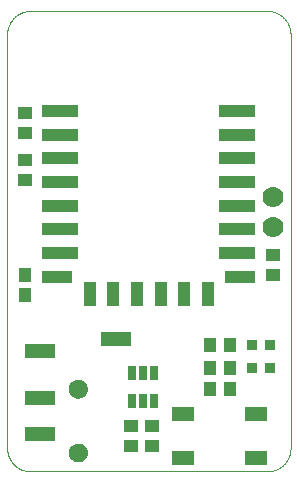
<source format=gts>
G75*
%MOIN*%
%OFA0B0*%
%FSLAX25Y25*%
%IPPOS*%
%LPD*%
%AMOC8*
5,1,8,0,0,1.08239X$1,22.5*
%
%ADD10C,0.00000*%
%ADD11R,0.04337X0.04731*%
%ADD12R,0.03550X0.03550*%
%ADD13R,0.07487X0.04731*%
%ADD14R,0.02762X0.05124*%
%ADD15R,0.10243X0.05124*%
%ADD16C,0.06306*%
%ADD17R,0.04731X0.04337*%
%ADD18R,0.04337X0.08274*%
%ADD19R,0.10243X0.04337*%
%ADD20R,0.12211X0.04337*%
%ADD21C,0.07000*%
D10*
X0009971Y0009124D02*
X0088711Y0009124D01*
X0088901Y0009126D01*
X0089091Y0009133D01*
X0089281Y0009145D01*
X0089471Y0009161D01*
X0089660Y0009181D01*
X0089849Y0009207D01*
X0090037Y0009236D01*
X0090224Y0009271D01*
X0090410Y0009310D01*
X0090595Y0009353D01*
X0090780Y0009401D01*
X0090963Y0009453D01*
X0091144Y0009509D01*
X0091324Y0009570D01*
X0091503Y0009636D01*
X0091680Y0009705D01*
X0091856Y0009779D01*
X0092029Y0009857D01*
X0092201Y0009940D01*
X0092370Y0010026D01*
X0092538Y0010116D01*
X0092703Y0010211D01*
X0092866Y0010309D01*
X0093026Y0010412D01*
X0093184Y0010518D01*
X0093339Y0010628D01*
X0093492Y0010741D01*
X0093642Y0010859D01*
X0093788Y0010980D01*
X0093932Y0011104D01*
X0094073Y0011232D01*
X0094211Y0011363D01*
X0094346Y0011498D01*
X0094477Y0011636D01*
X0094605Y0011777D01*
X0094729Y0011921D01*
X0094850Y0012067D01*
X0094968Y0012217D01*
X0095081Y0012370D01*
X0095191Y0012525D01*
X0095297Y0012683D01*
X0095400Y0012843D01*
X0095498Y0013006D01*
X0095593Y0013171D01*
X0095683Y0013339D01*
X0095769Y0013508D01*
X0095852Y0013680D01*
X0095930Y0013853D01*
X0096004Y0014029D01*
X0096073Y0014206D01*
X0096139Y0014385D01*
X0096200Y0014565D01*
X0096256Y0014746D01*
X0096308Y0014929D01*
X0096356Y0015114D01*
X0096399Y0015299D01*
X0096438Y0015485D01*
X0096473Y0015672D01*
X0096502Y0015860D01*
X0096528Y0016049D01*
X0096548Y0016238D01*
X0096564Y0016428D01*
X0096576Y0016618D01*
X0096583Y0016808D01*
X0096585Y0016998D01*
X0096585Y0154793D01*
X0096583Y0154983D01*
X0096576Y0155173D01*
X0096564Y0155363D01*
X0096548Y0155553D01*
X0096528Y0155742D01*
X0096502Y0155931D01*
X0096473Y0156119D01*
X0096438Y0156306D01*
X0096399Y0156492D01*
X0096356Y0156677D01*
X0096308Y0156862D01*
X0096256Y0157045D01*
X0096200Y0157226D01*
X0096139Y0157406D01*
X0096073Y0157585D01*
X0096004Y0157762D01*
X0095930Y0157938D01*
X0095852Y0158111D01*
X0095769Y0158283D01*
X0095683Y0158452D01*
X0095593Y0158620D01*
X0095498Y0158785D01*
X0095400Y0158948D01*
X0095297Y0159108D01*
X0095191Y0159266D01*
X0095081Y0159421D01*
X0094968Y0159574D01*
X0094850Y0159724D01*
X0094729Y0159870D01*
X0094605Y0160014D01*
X0094477Y0160155D01*
X0094346Y0160293D01*
X0094211Y0160428D01*
X0094073Y0160559D01*
X0093932Y0160687D01*
X0093788Y0160811D01*
X0093642Y0160932D01*
X0093492Y0161050D01*
X0093339Y0161163D01*
X0093184Y0161273D01*
X0093026Y0161379D01*
X0092866Y0161482D01*
X0092703Y0161580D01*
X0092538Y0161675D01*
X0092370Y0161765D01*
X0092201Y0161851D01*
X0092029Y0161934D01*
X0091856Y0162012D01*
X0091680Y0162086D01*
X0091503Y0162155D01*
X0091324Y0162221D01*
X0091144Y0162282D01*
X0090963Y0162338D01*
X0090780Y0162390D01*
X0090595Y0162438D01*
X0090410Y0162481D01*
X0090224Y0162520D01*
X0090037Y0162555D01*
X0089849Y0162584D01*
X0089660Y0162610D01*
X0089471Y0162630D01*
X0089281Y0162646D01*
X0089091Y0162658D01*
X0088901Y0162665D01*
X0088711Y0162667D01*
X0009971Y0162667D01*
X0009781Y0162665D01*
X0009591Y0162658D01*
X0009401Y0162646D01*
X0009211Y0162630D01*
X0009022Y0162610D01*
X0008833Y0162584D01*
X0008645Y0162555D01*
X0008458Y0162520D01*
X0008272Y0162481D01*
X0008087Y0162438D01*
X0007902Y0162390D01*
X0007719Y0162338D01*
X0007538Y0162282D01*
X0007358Y0162221D01*
X0007179Y0162155D01*
X0007002Y0162086D01*
X0006826Y0162012D01*
X0006653Y0161934D01*
X0006481Y0161851D01*
X0006312Y0161765D01*
X0006144Y0161675D01*
X0005979Y0161580D01*
X0005816Y0161482D01*
X0005656Y0161379D01*
X0005498Y0161273D01*
X0005343Y0161163D01*
X0005190Y0161050D01*
X0005040Y0160932D01*
X0004894Y0160811D01*
X0004750Y0160687D01*
X0004609Y0160559D01*
X0004471Y0160428D01*
X0004336Y0160293D01*
X0004205Y0160155D01*
X0004077Y0160014D01*
X0003953Y0159870D01*
X0003832Y0159724D01*
X0003714Y0159574D01*
X0003601Y0159421D01*
X0003491Y0159266D01*
X0003385Y0159108D01*
X0003282Y0158948D01*
X0003184Y0158785D01*
X0003089Y0158620D01*
X0002999Y0158452D01*
X0002913Y0158283D01*
X0002830Y0158111D01*
X0002752Y0157938D01*
X0002678Y0157762D01*
X0002609Y0157585D01*
X0002543Y0157406D01*
X0002482Y0157226D01*
X0002426Y0157045D01*
X0002374Y0156862D01*
X0002326Y0156677D01*
X0002283Y0156492D01*
X0002244Y0156306D01*
X0002209Y0156119D01*
X0002180Y0155931D01*
X0002154Y0155742D01*
X0002134Y0155553D01*
X0002118Y0155363D01*
X0002106Y0155173D01*
X0002099Y0154983D01*
X0002097Y0154793D01*
X0002097Y0016998D01*
X0002099Y0016808D01*
X0002106Y0016618D01*
X0002118Y0016428D01*
X0002134Y0016238D01*
X0002154Y0016049D01*
X0002180Y0015860D01*
X0002209Y0015672D01*
X0002244Y0015485D01*
X0002283Y0015299D01*
X0002326Y0015114D01*
X0002374Y0014929D01*
X0002426Y0014746D01*
X0002482Y0014565D01*
X0002543Y0014385D01*
X0002609Y0014206D01*
X0002678Y0014029D01*
X0002752Y0013853D01*
X0002830Y0013680D01*
X0002913Y0013508D01*
X0002999Y0013339D01*
X0003089Y0013171D01*
X0003184Y0013006D01*
X0003282Y0012843D01*
X0003385Y0012683D01*
X0003491Y0012525D01*
X0003601Y0012370D01*
X0003714Y0012217D01*
X0003832Y0012067D01*
X0003953Y0011921D01*
X0004077Y0011777D01*
X0004205Y0011636D01*
X0004336Y0011498D01*
X0004471Y0011363D01*
X0004609Y0011232D01*
X0004750Y0011104D01*
X0004894Y0010980D01*
X0005040Y0010859D01*
X0005190Y0010741D01*
X0005343Y0010628D01*
X0005498Y0010518D01*
X0005656Y0010412D01*
X0005816Y0010309D01*
X0005979Y0010211D01*
X0006144Y0010116D01*
X0006312Y0010026D01*
X0006481Y0009940D01*
X0006653Y0009857D01*
X0006826Y0009779D01*
X0007002Y0009705D01*
X0007179Y0009636D01*
X0007358Y0009570D01*
X0007538Y0009509D01*
X0007719Y0009453D01*
X0007902Y0009401D01*
X0008087Y0009353D01*
X0008272Y0009310D01*
X0008458Y0009271D01*
X0008645Y0009236D01*
X0008833Y0009207D01*
X0009022Y0009181D01*
X0009211Y0009161D01*
X0009401Y0009145D01*
X0009591Y0009133D01*
X0009781Y0009126D01*
X0009971Y0009124D01*
X0022766Y0015423D02*
X0022768Y0015531D01*
X0022774Y0015640D01*
X0022784Y0015748D01*
X0022798Y0015855D01*
X0022816Y0015962D01*
X0022837Y0016069D01*
X0022863Y0016174D01*
X0022893Y0016279D01*
X0022926Y0016382D01*
X0022963Y0016484D01*
X0023004Y0016584D01*
X0023048Y0016683D01*
X0023097Y0016781D01*
X0023148Y0016876D01*
X0023203Y0016969D01*
X0023262Y0017061D01*
X0023324Y0017150D01*
X0023389Y0017237D01*
X0023457Y0017321D01*
X0023528Y0017403D01*
X0023602Y0017482D01*
X0023679Y0017558D01*
X0023759Y0017632D01*
X0023842Y0017702D01*
X0023927Y0017770D01*
X0024014Y0017834D01*
X0024104Y0017895D01*
X0024196Y0017953D01*
X0024290Y0018007D01*
X0024386Y0018058D01*
X0024483Y0018105D01*
X0024583Y0018149D01*
X0024684Y0018189D01*
X0024786Y0018225D01*
X0024889Y0018257D01*
X0024994Y0018286D01*
X0025100Y0018310D01*
X0025206Y0018331D01*
X0025313Y0018348D01*
X0025421Y0018361D01*
X0025529Y0018370D01*
X0025638Y0018375D01*
X0025746Y0018376D01*
X0025855Y0018373D01*
X0025963Y0018366D01*
X0026071Y0018355D01*
X0026178Y0018340D01*
X0026285Y0018321D01*
X0026391Y0018298D01*
X0026496Y0018272D01*
X0026601Y0018241D01*
X0026703Y0018207D01*
X0026805Y0018169D01*
X0026905Y0018127D01*
X0027004Y0018082D01*
X0027101Y0018033D01*
X0027195Y0017980D01*
X0027288Y0017924D01*
X0027379Y0017865D01*
X0027468Y0017802D01*
X0027554Y0017737D01*
X0027638Y0017668D01*
X0027719Y0017596D01*
X0027797Y0017521D01*
X0027873Y0017443D01*
X0027946Y0017362D01*
X0028016Y0017279D01*
X0028082Y0017194D01*
X0028146Y0017106D01*
X0028206Y0017015D01*
X0028263Y0016923D01*
X0028316Y0016828D01*
X0028366Y0016732D01*
X0028412Y0016634D01*
X0028455Y0016534D01*
X0028494Y0016433D01*
X0028529Y0016330D01*
X0028561Y0016227D01*
X0028588Y0016122D01*
X0028612Y0016016D01*
X0028632Y0015909D01*
X0028648Y0015802D01*
X0028660Y0015694D01*
X0028668Y0015586D01*
X0028672Y0015477D01*
X0028672Y0015369D01*
X0028668Y0015260D01*
X0028660Y0015152D01*
X0028648Y0015044D01*
X0028632Y0014937D01*
X0028612Y0014830D01*
X0028588Y0014724D01*
X0028561Y0014619D01*
X0028529Y0014516D01*
X0028494Y0014413D01*
X0028455Y0014312D01*
X0028412Y0014212D01*
X0028366Y0014114D01*
X0028316Y0014018D01*
X0028263Y0013923D01*
X0028206Y0013831D01*
X0028146Y0013740D01*
X0028082Y0013652D01*
X0028016Y0013567D01*
X0027946Y0013484D01*
X0027873Y0013403D01*
X0027797Y0013325D01*
X0027719Y0013250D01*
X0027638Y0013178D01*
X0027554Y0013109D01*
X0027468Y0013044D01*
X0027379Y0012981D01*
X0027288Y0012922D01*
X0027196Y0012866D01*
X0027101Y0012813D01*
X0027004Y0012764D01*
X0026905Y0012719D01*
X0026805Y0012677D01*
X0026703Y0012639D01*
X0026601Y0012605D01*
X0026496Y0012574D01*
X0026391Y0012548D01*
X0026285Y0012525D01*
X0026178Y0012506D01*
X0026071Y0012491D01*
X0025963Y0012480D01*
X0025855Y0012473D01*
X0025746Y0012470D01*
X0025638Y0012471D01*
X0025529Y0012476D01*
X0025421Y0012485D01*
X0025313Y0012498D01*
X0025206Y0012515D01*
X0025100Y0012536D01*
X0024994Y0012560D01*
X0024889Y0012589D01*
X0024786Y0012621D01*
X0024684Y0012657D01*
X0024583Y0012697D01*
X0024483Y0012741D01*
X0024386Y0012788D01*
X0024290Y0012839D01*
X0024196Y0012893D01*
X0024104Y0012951D01*
X0024014Y0013012D01*
X0023927Y0013076D01*
X0023842Y0013144D01*
X0023759Y0013214D01*
X0023679Y0013288D01*
X0023602Y0013364D01*
X0023528Y0013443D01*
X0023457Y0013525D01*
X0023389Y0013609D01*
X0023324Y0013696D01*
X0023262Y0013785D01*
X0023203Y0013877D01*
X0023148Y0013970D01*
X0023097Y0014065D01*
X0023048Y0014163D01*
X0023004Y0014262D01*
X0022963Y0014362D01*
X0022926Y0014464D01*
X0022893Y0014567D01*
X0022863Y0014672D01*
X0022837Y0014777D01*
X0022816Y0014884D01*
X0022798Y0014991D01*
X0022784Y0015098D01*
X0022774Y0015206D01*
X0022768Y0015315D01*
X0022766Y0015423D01*
X0022766Y0036683D02*
X0022768Y0036791D01*
X0022774Y0036900D01*
X0022784Y0037008D01*
X0022798Y0037115D01*
X0022816Y0037222D01*
X0022837Y0037329D01*
X0022863Y0037434D01*
X0022893Y0037539D01*
X0022926Y0037642D01*
X0022963Y0037744D01*
X0023004Y0037844D01*
X0023048Y0037943D01*
X0023097Y0038041D01*
X0023148Y0038136D01*
X0023203Y0038229D01*
X0023262Y0038321D01*
X0023324Y0038410D01*
X0023389Y0038497D01*
X0023457Y0038581D01*
X0023528Y0038663D01*
X0023602Y0038742D01*
X0023679Y0038818D01*
X0023759Y0038892D01*
X0023842Y0038962D01*
X0023927Y0039030D01*
X0024014Y0039094D01*
X0024104Y0039155D01*
X0024196Y0039213D01*
X0024290Y0039267D01*
X0024386Y0039318D01*
X0024483Y0039365D01*
X0024583Y0039409D01*
X0024684Y0039449D01*
X0024786Y0039485D01*
X0024889Y0039517D01*
X0024994Y0039546D01*
X0025100Y0039570D01*
X0025206Y0039591D01*
X0025313Y0039608D01*
X0025421Y0039621D01*
X0025529Y0039630D01*
X0025638Y0039635D01*
X0025746Y0039636D01*
X0025855Y0039633D01*
X0025963Y0039626D01*
X0026071Y0039615D01*
X0026178Y0039600D01*
X0026285Y0039581D01*
X0026391Y0039558D01*
X0026496Y0039532D01*
X0026601Y0039501D01*
X0026703Y0039467D01*
X0026805Y0039429D01*
X0026905Y0039387D01*
X0027004Y0039342D01*
X0027101Y0039293D01*
X0027195Y0039240D01*
X0027288Y0039184D01*
X0027379Y0039125D01*
X0027468Y0039062D01*
X0027554Y0038997D01*
X0027638Y0038928D01*
X0027719Y0038856D01*
X0027797Y0038781D01*
X0027873Y0038703D01*
X0027946Y0038622D01*
X0028016Y0038539D01*
X0028082Y0038454D01*
X0028146Y0038366D01*
X0028206Y0038275D01*
X0028263Y0038183D01*
X0028316Y0038088D01*
X0028366Y0037992D01*
X0028412Y0037894D01*
X0028455Y0037794D01*
X0028494Y0037693D01*
X0028529Y0037590D01*
X0028561Y0037487D01*
X0028588Y0037382D01*
X0028612Y0037276D01*
X0028632Y0037169D01*
X0028648Y0037062D01*
X0028660Y0036954D01*
X0028668Y0036846D01*
X0028672Y0036737D01*
X0028672Y0036629D01*
X0028668Y0036520D01*
X0028660Y0036412D01*
X0028648Y0036304D01*
X0028632Y0036197D01*
X0028612Y0036090D01*
X0028588Y0035984D01*
X0028561Y0035879D01*
X0028529Y0035776D01*
X0028494Y0035673D01*
X0028455Y0035572D01*
X0028412Y0035472D01*
X0028366Y0035374D01*
X0028316Y0035278D01*
X0028263Y0035183D01*
X0028206Y0035091D01*
X0028146Y0035000D01*
X0028082Y0034912D01*
X0028016Y0034827D01*
X0027946Y0034744D01*
X0027873Y0034663D01*
X0027797Y0034585D01*
X0027719Y0034510D01*
X0027638Y0034438D01*
X0027554Y0034369D01*
X0027468Y0034304D01*
X0027379Y0034241D01*
X0027288Y0034182D01*
X0027196Y0034126D01*
X0027101Y0034073D01*
X0027004Y0034024D01*
X0026905Y0033979D01*
X0026805Y0033937D01*
X0026703Y0033899D01*
X0026601Y0033865D01*
X0026496Y0033834D01*
X0026391Y0033808D01*
X0026285Y0033785D01*
X0026178Y0033766D01*
X0026071Y0033751D01*
X0025963Y0033740D01*
X0025855Y0033733D01*
X0025746Y0033730D01*
X0025638Y0033731D01*
X0025529Y0033736D01*
X0025421Y0033745D01*
X0025313Y0033758D01*
X0025206Y0033775D01*
X0025100Y0033796D01*
X0024994Y0033820D01*
X0024889Y0033849D01*
X0024786Y0033881D01*
X0024684Y0033917D01*
X0024583Y0033957D01*
X0024483Y0034001D01*
X0024386Y0034048D01*
X0024290Y0034099D01*
X0024196Y0034153D01*
X0024104Y0034211D01*
X0024014Y0034272D01*
X0023927Y0034336D01*
X0023842Y0034404D01*
X0023759Y0034474D01*
X0023679Y0034548D01*
X0023602Y0034624D01*
X0023528Y0034703D01*
X0023457Y0034785D01*
X0023389Y0034869D01*
X0023324Y0034956D01*
X0023262Y0035045D01*
X0023203Y0035137D01*
X0023148Y0035230D01*
X0023097Y0035325D01*
X0023048Y0035423D01*
X0023004Y0035522D01*
X0022963Y0035622D01*
X0022926Y0035724D01*
X0022893Y0035827D01*
X0022863Y0035932D01*
X0022837Y0036037D01*
X0022816Y0036144D01*
X0022798Y0036251D01*
X0022784Y0036358D01*
X0022774Y0036466D01*
X0022768Y0036575D01*
X0022766Y0036683D01*
D11*
X0008003Y0067785D03*
X0008003Y0074478D03*
X0069617Y0051447D03*
X0069617Y0043573D03*
X0069617Y0036683D03*
X0076310Y0036683D03*
X0076310Y0043573D03*
X0076310Y0051447D03*
D12*
X0083790Y0051447D03*
X0083790Y0043573D03*
X0089696Y0043573D03*
X0089696Y0051447D03*
D13*
X0085168Y0028219D03*
X0085168Y0013652D03*
X0060759Y0013652D03*
X0060759Y0028219D03*
D14*
X0051113Y0032746D03*
X0047373Y0032746D03*
X0043633Y0032746D03*
X0043633Y0041801D03*
X0047373Y0041801D03*
X0051113Y0041801D03*
D15*
X0038515Y0053219D03*
X0012924Y0049281D03*
X0012924Y0033533D03*
X0012924Y0021722D03*
D16*
X0025719Y0015423D03*
X0025719Y0036683D03*
D17*
X0043436Y0024281D03*
X0043436Y0017589D03*
X0050326Y0017589D03*
X0050326Y0024281D03*
X0090680Y0074675D03*
X0090680Y0081368D03*
X0008003Y0106171D03*
X0008003Y0112864D03*
X0008003Y0121919D03*
X0008003Y0128612D03*
D18*
X0029656Y0068179D03*
X0037530Y0068179D03*
X0045404Y0068179D03*
X0053278Y0068179D03*
X0061152Y0068179D03*
X0069026Y0068179D03*
D19*
X0079853Y0074085D03*
X0018830Y0074085D03*
D20*
X0019814Y0081959D03*
X0019814Y0089833D03*
X0019814Y0097707D03*
X0019814Y0105581D03*
X0019814Y0113455D03*
X0019814Y0121329D03*
X0019814Y0129203D03*
X0078869Y0129203D03*
X0078869Y0121329D03*
X0078869Y0113455D03*
X0078869Y0105581D03*
X0078869Y0097707D03*
X0078869Y0089833D03*
X0078869Y0081959D03*
D21*
X0090680Y0090738D03*
X0090680Y0100738D03*
M02*

</source>
